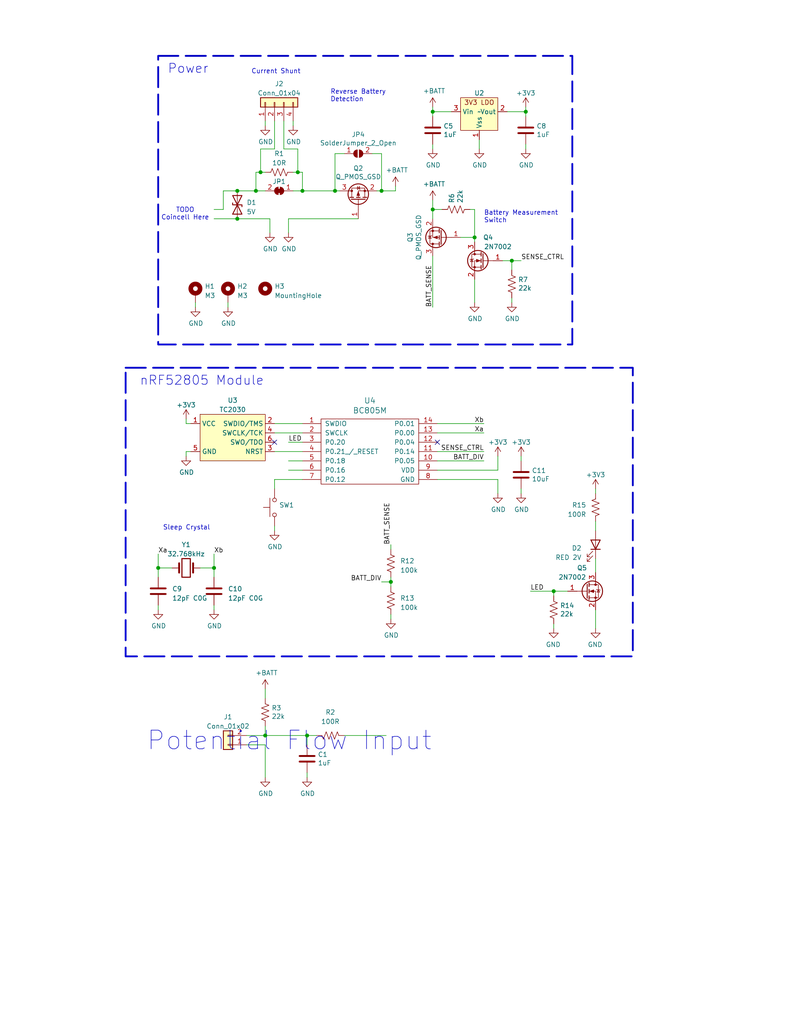
<source format=kicad_sch>
(kicad_sch (version 20231120) (generator "eeschema") (generator_version "8.0")
  (paper "USLetter" portrait)
  (lib_symbols
    (symbol "BLE_Scale_V1-rescue:BC805M-Fanstel-modules" (pin_names (offset 1.016))
      (property "Reference" "U" (at -11.43 10.16 0))
      (property "Value" "Fanstel-modules_BC805M" (at 10.16 -10.16 0))
      (symbol "BC805M-Fanstel-modules_0_0"
        (pin bidirectional line (at -17.78 7.62 0) (length 5.08) (name "SWDIO") (number "1"))
        (pin bidirectional line (at -17.78 5.08 0) (length 5.08) (name "SWCLK") (number "2"))
      )
      (symbol "BC805M-Fanstel-modules_0_1"
        (rectangle (start -12.7 8.89) (end 13.97 -8.89))
      )
      (symbol "BC805M-Fanstel-modules_1_1"
        (pin bidirectional line (at 19.05 -2.54 180) (length 5.08) (name "P0.05") (number "10"))
        (pin bidirectional line (at 19.05 0 180) (length 5.08) (name "P0.14") (number "11"))
        (pin bidirectional line (at 19.05 2.54 180) (length 5.08) (name "P0.04") (number "12"))
        (pin bidirectional line (at 19.05 5.08 180) (length 5.08) (name "P0.00") (number "13"))
        (pin bidirectional line (at 19.05 7.62 180) (length 5.08) (name "P0.01") (number "14"))
        (pin bidirectional line (at -17.78 2.54 0) (length 5.08) (name "P0.20") (number "3"))
        (pin bidirectional line (at -17.78 0 0) (length 5.08) (name "P0.21_/_RESET") (number "4"))
        (pin bidirectional line (at -17.78 -2.54 0) (length 5.08) (name "P0.18") (number "5"))
        (pin bidirectional line (at -17.78 -5.08 0) (length 5.08) (name "P0.16") (number "6"))
        (pin bidirectional line (at -17.78 -7.62 0) (length 5.08) (name "P0.12") (number "7"))
        (pin bidirectional line (at 19.05 -7.62 180) (length 5.08) (name "GND") (number "8"))
        (pin bidirectional line (at 19.05 -5.08 180) (length 5.08) (name "VDD") (number "9"))
      )
    )
    (symbol "BLE_Scale_V1_Library:TC2030"
      (property "Reference" "U" (at -7.62 7.62 0))
      (property "Value" "TC2030" (at 0 -7.62 0))
      (symbol "TC2030_0_1"
        (rectangle (start -8.89 6.35) (end 8.89 -6.35) (fill (type background)))
      )
      (symbol "TC2030_1_1"
        (pin output line (at 11.43 3.81 180) (length 2.54) (name "VCC") (number "1"))
        (pin output line (at -11.43 3.81 0) (length 2.54) (name "SWDIO/TMS") (number "2"))
        (pin output line (at -11.43 -3.81 0) (length 2.54) (name "NRST") (number "3"))
        (pin output line (at -11.43 1.27 0) (length 2.54) (name "SWCLK/TCK") (number "4"))
        (pin output line (at 11.43 -3.81 180) (length 2.54) (name "GND") (number "5"))
        (pin output line (at -11.43 -1.27 0) (length 2.54) (name "SWO/TDO") (number "6"))
      )
    )
    (symbol "BLE_Scale_V1_Library:XC6206P332MR"
      (property "Reference" "U" (at -3.81 5.08 0))
      (symbol "XC6206P332MR_1_1"
        (rectangle (start -5.08 3.81) (end 5.08 -5.08) (fill (type background)))
        (text "3V3 LDO" (at 0 2.54 0) (effects (font (size 1.27 1.27))))
        (pin power_out line (at 0 -7.62 90) (length 2.54) (name "Vss") (number "1"))
        (pin output line (at 7.62 0 180) (length 2.54) (name "Vout") (number "2"))
        (pin power_in line (at -7.62 0 0) (length 2.54) (name "Vin") (number "3"))
      )
    )
    (symbol "Connector_Generic:Conn_01x02" (pin_names (offset 1.016) hide)
      (property "Reference" "J" (at 0 2.54 0))
      (property "Value" "Conn_01x02" (at 0 -5.08 0))
      (symbol "Conn_01x02_1_1"
        (rectangle (start -1.27 -2.413) (end 0 -2.667) (stroke (width 0.1524)))
        (rectangle (start -1.27 0.127) (end 0 -0.127) (stroke (width 0.1524)))
        (rectangle (start -1.27 1.27) (end 1.27 -3.81) (stroke (width 0.254)) (fill (type background)))
        (pin passive line (at -5.08 0 0) (length 3.81) (name "Pin_1") (number "1"))
        (pin passive line (at -5.08 -2.54 0) (length 3.81) (name "Pin_2") (number "2"))
      )
    )
    (symbol "Connector_Generic:Conn_01x04" (pin_names (offset 1.016) hide)
      (property "Reference" "J" (at 0 5.08 0))
      (property "Value" "Conn_01x04" (at 0 -7.62 0))
      (symbol "Conn_01x04_1_1"
        (rectangle (start -1.27 -4.953) (end 0 -5.207) (stroke (width 0.1524)))
        (rectangle (start -1.27 -2.413) (end 0 -2.667) (stroke (width 0.1524)))
        (rectangle (start -1.27 0.127) (end 0 -0.127) (stroke (width 0.1524)))
        (rectangle (start -1.27 2.667) (end 0 2.413) (stroke (width 0.1524)))
        (rectangle (start -1.27 3.81) (end 1.27 -6.35) (stroke (width 0.254)) (fill (type background)))
        (pin passive line (at -5.08 2.54 0) (length 3.81) (name "Pin_1") (number "1"))
        (pin passive line (at -5.08 0 0) (length 3.81) (name "Pin_2") (number "2"))
        (pin passive line (at -5.08 -2.54 0) (length 3.81) (name "Pin_3") (number "3"))
        (pin passive line (at -5.08 -5.08 0) (length 3.81) (name "Pin_4") (number "4"))
      )
    )
    (symbol "Device:C" (pin_numbers hide) (pin_names (offset 0.254))
      (property "Reference" "C" (at 0.635 2.54 0))
      (property "Value" "C" (at 0.635 -2.54 0))
      (symbol "C_0_1"
        (polyline (pts (xy -2.032 -0.762) (xy 2.032 -0.762)) (stroke (width 0.508)))
        (polyline (pts (xy -2.032 0.762) (xy 2.032 0.762)) (stroke (width 0.508)))
      )
      (symbol "C_1_1"
        (pin passive line (at 0 3.81 270) (length 2.794) (name "~") (number "1"))
        (pin passive line (at 0 -3.81 90) (length 2.794) (name "~") (number "2"))
      )
    )
    (symbol "Device:Crystal" (pin_numbers hide) (pin_names (offset 1.016) hide)
      (property "Reference" "Y" (at 0 3.81 0))
      (property "Value" "Crystal" (at 0 -3.81 0))
      (symbol "Crystal_0_1"
        (rectangle (start -1.143 2.54) (end 1.143 -2.54) (stroke (width 0.3048)))
        (polyline (pts (xy -2.54 0) (xy -1.905 0)))
        (polyline (pts (xy -1.905 -1.27) (xy -1.905 1.27)) (stroke (width 0.508)))
        (polyline (pts (xy 1.905 -1.27) (xy 1.905 1.27)) (stroke (width 0.508)))
        (polyline (pts (xy 2.54 0) (xy 1.905 0)))
      )
      (symbol "Crystal_1_1"
        (pin passive line (at -3.81 0 0) (length 1.27) (name "1") (number "1"))
        (pin passive line (at 3.81 0 180) (length 1.27) (name "2") (number "2"))
      )
    )
    (symbol "Device:D_TVS" (pin_numbers hide) (pin_names (offset 1.016) hide)
      (property "Reference" "D" (at 0 2.54 0))
      (property "Value" "D_TVS" (at 0 -2.54 0))
      (symbol "D_TVS_0_1"
        (polyline (pts (xy 1.27 0) (xy -1.27 0)))
        (polyline (pts (xy 0.508 1.27) (xy 0 1.27) (xy 0 -1.27) (xy -0.508 -1.27)) (stroke (width 0.254)))
        (polyline (pts (xy -2.54 1.27) (xy -2.54 -1.27) (xy 2.54 1.27) (xy 2.54 -1.27) (xy -2.54 1.27)) (stroke (width 0.254)))
      )
      (symbol "D_TVS_1_1"
        (pin passive line (at -3.81 0 0) (length 2.54) (name "A1") (number "1"))
        (pin passive line (at 3.81 0 180) (length 2.54) (name "A2") (number "2"))
      )
    )
    (symbol "Device:LED" (pin_numbers hide) (pin_names (offset 1.016) hide)
      (property "Reference" "D" (at 0 2.54 0))
      (property "Value" "LED" (at 0 -2.54 0))
      (symbol "LED_0_1"
        (polyline (pts (xy -1.27 -1.27) (xy -1.27 1.27)) (stroke (width 0.254)))
        (polyline (pts (xy -1.27 0) (xy 1.27 0)))
        (polyline (pts (xy 1.27 -1.27) (xy 1.27 1.27) (xy -1.27 0) (xy 1.27 -1.27)) (stroke (width 0.254)))
        (polyline (pts (xy -3.048 -0.762) (xy -4.572 -2.286) (xy -3.81 -2.286) (xy -4.572 -2.286) (xy -4.572 -1.524)))
        (polyline (pts (xy -1.778 -0.762) (xy -3.302 -2.286) (xy -2.54 -2.286) (xy -3.302 -2.286) (xy -3.302 -1.524)))
      )
      (symbol "LED_1_1"
        (pin passive line (at -3.81 0 0) (length 2.54) (name "K") (number "1"))
        (pin passive line (at 3.81 0 180) (length 2.54) (name "A") (number "2"))
      )
    )
    (symbol "Device:Q_PMOS_GSD" (pin_names (offset 0) hide)
      (property "Reference" "Q" (at 5.08 1.27 0))
      (property "Value" "Q_PMOS_GSD" (at 5.08 -1.27 0))
      (symbol "Q_PMOS_GSD_0_1"
        (polyline (pts (xy 0.254 0) (xy -2.54 0)))
        (polyline (pts (xy 0.254 1.905) (xy 0.254 -1.905)) (stroke (width 0.254)))
        (polyline (pts (xy 0.762 -1.27) (xy 0.762 -2.286)) (stroke (width 0.254)))
        (polyline (pts (xy 0.762 0.508) (xy 0.762 -0.508)) (stroke (width 0.254)))
        (polyline (pts (xy 0.762 2.286) (xy 0.762 1.27)) (stroke (width 0.254)))
        (polyline (pts (xy 2.54 2.54) (xy 2.54 1.778)))
        (polyline (pts (xy 2.54 -2.54) (xy 2.54 0) (xy 0.762 0)))
        (polyline (pts (xy 0.762 1.778) (xy 3.302 1.778) (xy 3.302 -1.778) (xy 0.762 -1.778)))
        (polyline (pts (xy 2.286 0) (xy 1.27 0.381) (xy 1.27 -0.381) (xy 2.286 0)) (fill (type outline)))
        (polyline (pts (xy 2.794 -0.508) (xy 2.921 -0.381) (xy 3.683 -0.381) (xy 3.81 -0.254)))
        (polyline (pts (xy 3.302 -0.381) (xy 2.921 0.254) (xy 3.683 0.254) (xy 3.302 -0.381)))
        (circle (center 1.651 0) (radius 2.794) (stroke (width 0.254)))
        (circle (center 2.54 -1.778) (radius 0.254) (fill (type outline)))
        (circle (center 2.54 1.778) (radius 0.254) (fill (type outline)))
      )
      (symbol "Q_PMOS_GSD_1_1"
        (pin input line (at -5.08 0 0) (length 2.54) (name "G") (number "1"))
        (pin passive line (at 2.54 -5.08 90) (length 2.54) (name "S") (number "2"))
        (pin passive line (at 2.54 5.08 270) (length 2.54) (name "D") (number "3"))
      )
    )
    (symbol "Device:R_US" (pin_numbers hide) (pin_names (offset 0))
      (property "Reference" "R" (at 2.54 0 90))
      (property "Value" "R_US" (at -2.54 0 90))
      (symbol "R_US_0_1"
        (polyline (pts (xy 0 -2.286) (xy 0 -2.54)))
        (polyline (pts (xy 0 2.286) (xy 0 2.54)))
        (polyline (pts (xy 0 -0.762) (xy 1.016 -1.143) (xy 0 -1.524) (xy -1.016 -1.905) (xy 0 -2.286)))
        (polyline (pts (xy 0 0.762) (xy 1.016 0.381) (xy 0 0) (xy -1.016 -0.381) (xy 0 -0.762)))
        (polyline (pts (xy 0 2.286) (xy 1.016 1.905) (xy 0 1.524) (xy -1.016 1.143) (xy 0 0.762)))
      )
      (symbol "R_US_1_1"
        (pin passive line (at 0 3.81 270) (length 1.27) (name "~") (number "1"))
        (pin passive line (at 0 -3.81 90) (length 1.27) (name "~") (number "2"))
      )
    )
    (symbol "Jumper:SolderJumper_2_Bridged" (pin_names (offset 0) hide)
      (property "Reference" "JP" (at 0 2.032 0))
      (property "Value" "SolderJumper_2_Bridged" (at 0 -2.54 0))
      (symbol "SolderJumper_2_Bridged_0_1"
        (rectangle (start -0.508 0.508) (end 0.508 -0.508) (fill (type outline)))
        (arc (start -0.254 1.016) (mid -1.2656 0) (end -0.254 -1.016))
        (arc (start -0.254 1.016) (mid -1.2656 0) (end -0.254 -1.016) (fill (type outline)))
        (polyline (pts (xy -0.254 1.016) (xy -0.254 -1.016)))
        (polyline (pts (xy 0.254 1.016) (xy 0.254 -1.016)))
        (arc (start 0.254 -1.016) (mid 1.2656 0) (end 0.254 1.016))
        (arc (start 0.254 -1.016) (mid 1.2656 0) (end 0.254 1.016) (fill (type outline)))
      )
      (symbol "SolderJumper_2_Bridged_1_1"
        (pin passive line (at -3.81 0 0) (length 2.54) (name "A") (number "1"))
        (pin passive line (at 3.81 0 180) (length 2.54) (name "B") (number "2"))
      )
    )
    (symbol "Jumper:SolderJumper_2_Open" (pin_names (offset 0) hide)
      (property "Reference" "JP" (at 0 2.032 0))
      (property "Value" "SolderJumper_2_Open" (at 0 -2.54 0))
      (symbol "SolderJumper_2_Open_0_1"
        (arc (start -0.254 1.016) (mid -1.2656 0) (end -0.254 -1.016))
        (arc (start -0.254 1.016) (mid -1.2656 0) (end -0.254 -1.016) (fill (type outline)))
        (polyline (pts (xy -0.254 1.016) (xy -0.254 -1.016)))
        (polyline (pts (xy 0.254 1.016) (xy 0.254 -1.016)))
        (arc (start 0.254 -1.016) (mid 1.2656 0) (end 0.254 1.016))
        (arc (start 0.254 -1.016) (mid 1.2656 0) (end 0.254 1.016) (fill (type outline)))
      )
      (symbol "SolderJumper_2_Open_1_1"
        (pin passive line (at -3.81 0 0) (length 2.54) (name "A") (number "1"))
        (pin passive line (at 3.81 0 180) (length 2.54) (name "B") (number "2"))
      )
    )
    (symbol "Mechanical:MountingHole" (pin_names (offset 1.016))
      (property "Reference" "H" (at 0 5.08 0))
      (property "Value" "MountingHole" (at 0 3.175 0))
      (symbol "MountingHole_0_1"
        (circle (center 0 0) (radius 1.27) (stroke (width 1.27)))
      )
    )
    (symbol "Mechanical:MountingHole_Pad" (pin_numbers hide) (pin_names (offset 1.016) hide)
      (property "Reference" "H" (at 0 6.35 0))
      (property "Value" "MountingHole_Pad" (at 0 4.445 0))
      (symbol "MountingHole_Pad_0_1"
        (circle (center 0 1.27) (radius 1.27) (stroke (width 1.27)))
      )
      (symbol "MountingHole_Pad_1_1"
        (pin input line (at 0 -2.54 90) (length 2.54) (name "1") (number "1"))
      )
    )
    (symbol "Switch:SW_Push" (pin_numbers hide) (pin_names (offset 1.016) hide)
      (property "Reference" "SW" (at 1.27 2.54 0))
      (property "Value" "SW_Push" (at 0 -1.524 0))
      (symbol "SW_Push_0_1"
        (circle (center -2.032 0) (radius 0.508))
        (polyline (pts (xy 0 1.27) (xy 0 3.048)))
        (polyline (pts (xy 2.54 1.27) (xy -2.54 1.27)))
        (circle (center 2.032 0) (radius 0.508))
        (pin passive line (at -5.08 0 0) (length 2.54) (name "1") (number "1"))
        (pin passive line (at 5.08 0 180) (length 2.54) (name "2") (number "2"))
      )
    )
    (symbol "Transistor_FET:2N7002" (pin_names hide)
      (property "Reference" "Q" (at 5.08 1.905 0))
      (property "Value" "2N7002" (at 5.08 0 0))
      (symbol "2N7002_0_1"
        (polyline (pts (xy 0.254 0) (xy -2.54 0)))
        (polyline (pts (xy 0.254 1.905) (xy 0.254 -1.905)) (stroke (width 0.254)))
        (polyline (pts (xy 0.762 -1.27) (xy 0.762 -2.286)) (stroke (width 0.254)))
        (polyline (pts (xy 0.762 0.508) (xy 0.762 -0.508)) (stroke (width 0.254)))
        (polyline (pts (xy 0.762 2.286) (xy 0.762 1.27)) (stroke (width 0.254)))
        (polyline (pts (xy 2.54 2.54) (xy 2.54 1.778)))
        (polyline (pts (xy 2.54 -2.54) (xy 2.54 0) (xy 0.762 0)))
        (polyline (pts (xy 0.762 -1.778) (xy 3.302 -1.778) (xy 3.302 1.778) (xy 0.762 1.778)))
        (polyline (pts (xy 1.016 0) (xy 2.032 0.381) (xy 2.032 -0.381) (xy 1.016 0)) (fill (type outline)))
        (polyline (pts (xy 2.794 0.508) (xy 2.921 0.381) (xy 3.683 0.381) (xy 3.81 0.254)))
        (polyline (pts (xy 3.302 0.381) (xy 2.921 -0.254) (xy 3.683 -0.254) (xy 3.302 0.381)))
        (circle (center 1.651 0) (radius 2.794) (stroke (width 0.254)))
        (circle (center 2.54 -1.778) (radius 0.254) (fill (type outline)))
        (circle (center 2.54 1.778) (radius 0.254) (fill (type outline)))
      )
      (symbol "2N7002_1_1"
        (pin input line (at -5.08 0 0) (length 2.54) (name "G") (number "1"))
        (pin passive line (at 2.54 -5.08 90) (length 2.54) (name "S") (number "2"))
        (pin passive line (at 2.54 5.08 270) (length 2.54) (name "D") (number "3"))
      )
    )
    (symbol "power:+3V3" (power) (pin_names (offset 0))
      (property "Value" "+3V3" (at 0 3.556 0))
      (symbol "+3V3_0_1"
        (polyline (pts (xy -0.762 1.27) (xy 0 2.54)))
        (polyline (pts (xy 0 0) (xy 0 2.54)))
        (polyline (pts (xy 0 2.54) (xy 0.762 1.27)))
      )
      (symbol "+3V3_1_1"
        (pin power_in line (at 0 0 90) (length 0) hide (name "+3V3") (number "1"))
      )
    )
    (symbol "power:+BATT" (power) (pin_names (offset 0))
      (property "Value" "+BATT" (at 0 3.556 0))
      (symbol "+BATT_0_1"
        (polyline (pts (xy -0.762 1.27) (xy 0 2.54)))
        (polyline (pts (xy 0 0) (xy 0 2.54)))
        (polyline (pts (xy 0 2.54) (xy 0.762 1.27)))
      )
      (symbol "+BATT_1_1"
        (pin power_in line (at 0 0 90) (length 0) hide (name "+BATT") (number "1"))
      )
    )
    (symbol "power:GND" (power) (pin_names (offset 0))
      (property "Value" "GND" (at 0 -3.81 0))
      (symbol "GND_0_1"
        (polyline (pts (xy 0 0) (xy 0 -1.27) (xy 1.27 -1.27) (xy 0 -2.54) (xy -1.27 -1.27) (xy 0 -1.27)))
      )
      (symbol "GND_1_1"
        (pin power_in line (at 0 0 270) (length 0) hide (name "GND") (number "1"))
      )
    )
  )
  (junction (at 71.12 46.99))
  (junction (at 129.54 64.77))
  (junction (at 143.51 30.48))
  (junction (at 72.39 200.66))
  (junction (at 82.55 52.07))
  (junction (at 64.77 59.69))
  (junction (at 91.44 52.07))
  (junction (at 104.14 52.07))
  (junction (at 64.77 52.07))
  (junction (at 139.7 71.12))
  (junction (at 118.11 30.48))
  (junction (at 58.42 154.94))
  (junction (at 106.68 158.75))
  (junction (at 69.85 52.07))
  (junction (at 151.13 161.29))
  (junction (at 43.18 154.94))
  (junction (at 118.11 57.15))
  (junction (at 81.28 46.99))
  (junction (at 83.82 200.66))
  (no_connect (at 74.93 120.65))
  (no_connect (at 119.38 120.65))
  (wire (pts (xy 72.39 200.66) (xy 83.82 200.66)))
  (wire (pts (xy 60.96 57.15) (xy 60.96 52.07)))
  (wire (pts (xy 50.8 124.46) (xy 50.8 123.19)))
  (wire (pts (xy 107.95 52.07) (xy 104.14 52.07)))
  (wire (pts (xy 151.13 170.18) (xy 151.13 171.45)))
  (wire (pts (xy 106.68 158.75) (xy 106.68 160.02)))
  (wire (pts (xy 107.95 50.8) (xy 107.95 52.07)))
  (wire (pts (xy 104.14 41.91) (xy 101.6 41.91)))
  (wire (pts (xy 143.51 40.64) (xy 143.51 39.37)))
  (wire (pts (xy 125.73 64.77) (xy 129.54 64.77)))
  (wire (pts (xy 58.42 154.94) (xy 58.42 157.48)))
  (wire (pts (xy 142.24 125.73) (xy 142.24 124.46)))
  (wire (pts (xy 69.85 52.07) (xy 72.39 52.07)))
  (wire (pts (xy 74.93 130.81) (xy 82.55 130.81)))
  (wire (pts (xy 83.82 210.82) (xy 83.82 212.09)))
  (wire (pts (xy 118.11 57.15) (xy 118.11 59.69)))
  (wire (pts (xy 82.55 120.65) (xy 78.74 120.65)))
  (wire (pts (xy 74.93 33.02) (xy 74.93 40.64)))
  (wire (pts (xy 91.44 41.91) (xy 91.44 52.07)))
  (wire (pts (xy 91.44 52.07) (xy 92.71 52.07)))
  (wire (pts (xy 118.11 30.48) (xy 123.19 30.48)))
  (wire (pts (xy 143.51 31.75) (xy 143.51 30.48)))
  (wire (pts (xy 74.93 143.51) (xy 74.93 144.78)))
  (wire (pts (xy 72.39 203.2) (xy 72.39 212.09)))
  (wire (pts (xy 143.51 29.21) (xy 143.51 30.48)))
  (wire (pts (xy 129.54 64.77) (xy 129.54 57.15)))
  (wire (pts (xy 129.54 57.15) (xy 128.27 57.15)))
  (wire (pts (xy 83.82 200.66) (xy 86.36 200.66)))
  (wire (pts (xy 129.54 76.2) (xy 129.54 82.55)))
  (wire (pts (xy 162.56 133.35) (xy 162.56 134.62)))
  (wire (pts (xy 80.01 33.02) (xy 80.01 34.29)))
  (wire (pts (xy 64.77 52.07) (xy 69.85 52.07)))
  (wire (pts (xy 135.89 128.27) (xy 119.38 128.27)))
  (wire (pts (xy 106.68 167.64) (xy 106.68 168.91)))
  (wire (pts (xy 162.56 152.4) (xy 162.56 156.21)))
  (wire (pts (xy 78.74 125.73) (xy 82.55 125.73)))
  (wire (pts (xy 139.7 71.12) (xy 142.24 71.12)))
  (wire (pts (xy 69.85 46.99) (xy 69.85 52.07)))
  (wire (pts (xy 58.42 59.69) (xy 64.77 59.69)))
  (wire (pts (xy 78.74 59.69) (xy 97.79 59.69)))
  (wire (pts (xy 118.11 57.15) (xy 118.11 54.61)))
  (wire (pts (xy 58.42 57.15) (xy 60.96 57.15)))
  (wire (pts (xy 82.55 52.07) (xy 91.44 52.07)))
  (wire (pts (xy 43.18 165.1) (xy 43.18 166.37)))
  (wire (pts (xy 80.01 52.07) (xy 82.55 52.07)))
  (wire (pts (xy 137.16 71.12) (xy 139.7 71.12)))
  (wire (pts (xy 80.01 46.99) (xy 81.28 46.99)))
  (wire (pts (xy 129.54 64.77) (xy 129.54 66.04)))
  (wire (pts (xy 118.11 69.85) (xy 118.11 83.82)))
  (wire (pts (xy 130.81 38.1) (xy 130.81 40.64)))
  (wire (pts (xy 43.18 151.13) (xy 43.18 154.94)))
  (wire (pts (xy 81.28 46.99) (xy 82.55 46.99)))
  (wire (pts (xy 77.47 33.02) (xy 77.47 40.64)))
  (wire (pts (xy 54.61 154.94) (xy 58.42 154.94)))
  (wire (pts (xy 50.8 114.3) (xy 50.8 115.57)))
  (wire (pts (xy 132.08 115.57) (xy 119.38 115.57)))
  (wire (pts (xy 162.56 166.37) (xy 162.56 171.45)))
  (wire (pts (xy 64.77 59.69) (xy 73.66 59.69)))
  (wire (pts (xy 151.13 161.29) (xy 144.78 161.29)))
  (wire (pts (xy 50.8 115.57) (xy 52.07 115.57)))
  (wire (pts (xy 104.14 158.75) (xy 106.68 158.75)))
  (wire (pts (xy 74.93 118.11) (xy 82.55 118.11)))
  (wire (pts (xy 118.11 29.21) (xy 118.11 30.48)))
  (wire (pts (xy 118.11 40.64) (xy 118.11 39.37)))
  (wire (pts (xy 67.31 203.2) (xy 72.39 203.2)))
  (wire (pts (xy 62.23 82.55) (xy 62.23 83.82)))
  (wire (pts (xy 50.8 123.19) (xy 52.07 123.19)))
  (wire (pts (xy 67.31 200.66) (xy 72.39 200.66)))
  (wire (pts (xy 139.7 81.28) (xy 139.7 82.55)))
  (wire (pts (xy 60.96 52.07) (xy 64.77 52.07)))
  (wire (pts (xy 135.89 130.81) (xy 135.89 134.62)))
  (wire (pts (xy 72.39 33.02) (xy 72.39 34.29)))
  (wire (pts (xy 135.89 124.46) (xy 135.89 128.27)))
  (wire (pts (xy 46.99 154.94) (xy 43.18 154.94)))
  (wire (pts (xy 142.24 134.62) (xy 142.24 133.35)))
  (wire (pts (xy 77.47 40.64) (xy 81.28 40.64)))
  (wire (pts (xy 74.93 123.19) (xy 82.55 123.19)))
  (wire (pts (xy 139.7 71.12) (xy 139.7 73.66)))
  (wire (pts (xy 82.55 46.99) (xy 82.55 52.07)))
  (wire (pts (xy 106.68 148.59) (xy 106.68 149.86)))
  (wire (pts (xy 53.34 82.55) (xy 53.34 83.82)))
  (wire (pts (xy 119.38 130.81) (xy 135.89 130.81)))
  (wire (pts (xy 118.11 30.48) (xy 118.11 31.75)))
  (wire (pts (xy 73.66 59.69) (xy 73.66 63.5)))
  (wire (pts (xy 43.18 154.94) (xy 43.18 157.48)))
  (wire (pts (xy 154.94 161.29) (xy 151.13 161.29)))
  (wire (pts (xy 71.12 40.64) (xy 71.12 46.99)))
  (wire (pts (xy 102.87 52.07) (xy 104.14 52.07)))
  (wire (pts (xy 104.14 52.07) (xy 104.14 41.91)))
  (wire (pts (xy 120.65 57.15) (xy 118.11 57.15)))
  (wire (pts (xy 74.93 133.35) (xy 74.93 130.81)))
  (wire (pts (xy 58.42 151.13) (xy 58.42 154.94)))
  (wire (pts (xy 162.56 142.24) (xy 162.56 144.78)))
  (wire (pts (xy 71.12 46.99) (xy 72.39 46.99)))
  (wire (pts (xy 74.93 40.64) (xy 71.12 40.64)))
  (wire (pts (xy 58.42 165.1) (xy 58.42 166.37)))
  (wire (pts (xy 69.85 46.99) (xy 71.12 46.99)))
  (wire (pts (xy 132.08 118.11) (xy 119.38 118.11)))
  (wire (pts (xy 93.98 200.66) (xy 105.41 200.66)))
  (wire (pts (xy 81.28 40.64) (xy 81.28 46.99)))
  (wire (pts (xy 119.38 125.73) (xy 132.08 125.73)))
  (wire (pts (xy 83.82 200.66) (xy 83.82 203.2)))
  (wire (pts (xy 106.68 157.48) (xy 106.68 158.75)))
  (wire (pts (xy 82.55 128.27) (xy 78.74 128.27)))
  (wire (pts (xy 119.38 123.19) (xy 132.08 123.19)))
  (wire (pts (xy 74.93 115.57) (xy 82.55 115.57)))
  (wire (pts (xy 91.44 41.91) (xy 93.98 41.91)))
  (wire (pts (xy 72.39 187.96) (xy 72.39 190.5)))
  (wire (pts (xy 78.74 63.5) (xy 78.74 59.69)))
  (wire (pts (xy 138.43 30.48) (xy 143.51 30.48)))
  (wire (pts (xy 72.39 198.12) (xy 72.39 200.66)))
  (wire (pts (xy 151.13 161.29) (xy 151.13 162.56)))
  (rectangle (start 43.18 15.24) (end 156.21 93.98) (stroke (width 0.5) (type dash)))
  (rectangle (start 34.29 100.33) (end 172.72 179.07) (stroke (width 0.5) (type dash)))
  (text "Potential Flow Input\n" (at 78.994 202.184 0) (effects (font (size 5.08 5.08))))
  (text "Battery Measurement\nSwitch" (at 132.08 60.96 0) (effects (font (size 1.27 1.27)) (justify left bottom)))
  (text "Sleep Crystal" (at 44.45 144.78 0) (effects (font (size 1.27 1.27)) (justify left bottom)))
  (text "TODO\nCoincell Here" (at 50.546 58.42 0) (effects (font (size 1.27 1.27))))
  (text "Current Shunt" (at 68.58 20.32 0) (effects (font (size 1.27 1.27)) (justify left bottom)))
  (text "Power" (at 45.72 20.32 0) (effects (font (size 2.5 2.5)) (justify left bottom)))
  (text "Reverse Battery\nDetection" (at 90.17 27.94 0) (effects (font (size 1.27 1.27)) (justify left bottom)))
  (text "nRF52805 Module" (at 38.1 105.41 0) (effects (font (size 2.5 2.5)) (justify left bottom)))
  (label "Xa" (at 43.18 151.13 0))
  (label "BATT_SENSE" (at 118.11 83.82 90))
  (label "SENSE_CTRL" (at 132.08 123.19 180))
  (label "BATT_DIV" (at 104.14 158.75 180))
  (label "BATT_SENSE" (at 106.68 148.59 90))
  (label "Xa" (at 132.08 118.11 180))
  (label "SENSE_CTRL" (at 142.24 71.12 0))
  (label "Xb" (at 58.42 151.13 0))
  (label "Xb" (at 132.08 115.57 180))
  (label "LED" (at 78.74 120.65 0))
  (label "LED" (at 144.78 161.29 0))
  (label "BATT_DIV" (at 132.08 125.73 180))
  (symbol (lib_id "power:+BATT") (at 72.39 187.96 0) (unit 1)
    (property "Reference" "#PWR08" (effects (hide yes)))
    (property "Value" "+BATT" (at 72.771 183.5658 0))
  )
  (symbol (lib_id "power:+3V3") (at 162.56 133.35 0) (mirror y) (unit 1)
    (property "Reference" "#PWR044" (effects (hide yes)))
    (property "Value" "+3V3" (at 162.56 129.54 0))
  )
  (symbol (lib_id "power:+3V3") (at 135.89 124.46 0) (unit 1)
    (property "Reference" "#PWR039" (effects (hide yes)))
    (property "Value" "+3V3" (at 135.89 120.65 0))
  )
  (symbol (lib_id "Device:R_US") (at 90.17 200.66 90) (mirror x) (unit 1)
    (property "Reference" "R2" (at 90.17 194.31 90))
    (property "Value" "100R" (at 90.17 196.85 90))
    (property "Footprint" "Resistor_SMD:R_0603_1608Metric" (effects (hide yes)))
    (property "JLC" "C22775" (effects (hide yes)))
    (property "MPN" "0603WAF1000T5E" (effects (hide yes)))
  )
  (symbol (lib_id "Device:R_US") (at 162.56 138.43 0) (mirror y) (unit 1)
    (property "Reference" "R15" (at 160.02 137.795 0) (effects (justify left)))
    (property "Value" "100R" (at 160.02 140.335 0) (effects (justify left)))
    (property "Footprint" "Resistor_SMD:R_0603_1608Metric" (effects (hide yes)))
    (property "JLC" "C22775" (effects (hide yes)))
    (property "MPN" "0603WAF1000T5E" (effects (hide yes)))
  )
  (symbol (lib_id "BLE_Scale_V1-rescue:BC805M-Fanstel-modules") (at 100.33 123.19 0) (unit 1) (in_bom no)
    (property "Reference" "U4" (at 100.965 109.2962 0) (effects (font (size 1.524 1.524))))
    (property "Value" "BC805M" (at 100.965 111.9886 0) (effects (font (size 1.524 1.524))))
    (property "Footprint" "BLE_Scale_V1:BC805M_No_Paste" (effects (hide yes)))
  )
  (symbol (lib_id "Device:Q_PMOS_GSD") (at 97.79 54.61 90) (unit 1)
    (property "Reference" "Q2" (at 97.79 45.9232 90))
    (property "Value" "Q_PMOS_GSD" (at 97.79 48.2346 90))
    (property "Footprint" "Package_TO_SOT_SMD:SOT-23" (effects (hide yes)))
    (property "MPN" "PMV48XP" (effects (hide yes)))
    (property "JLC" "C2959854" (effects (hide yes)))
  )
  (symbol (lib_id "Device:R_US") (at 106.68 163.83 0) (unit 1)
    (property "Reference" "R13" (at 109.22 163.195 0) (effects (justify left)))
    (property "Value" "100k" (at 109.22 165.735 0) (effects (justify left)))
    (property "Footprint" "Resistor_SMD:R_0603_1608Metric" (effects (hide yes)))
    (property "JLC" "C25803" (effects (hide yes)))
    (property "MPN" "0603WAF1003T5E" (effects (hide yes)))
  )
  (symbol (lib_id "power:GND") (at 50.8 124.46 0) (unit 1)
    (property "Reference" "#PWR034" (effects (hide yes)))
    (property "Value" "GND" (at 50.927 128.8542 0))
  )
  (symbol (lib_id "power:+3V3") (at 143.51 29.21 0) (unit 1)
    (property "Reference" "#PWR028" (effects (hide yes)))
    (property "Value" "+3V3" (at 143.51 25.4 0))
  )
  (symbol (lib_id "power:GND") (at 43.18 166.37 0) (unit 1)
    (property "Reference" "#PWR031" (effects (hide yes)))
    (property "Value" "GND" (at 43.307 170.7642 0))
  )
  (symbol (lib_id "Device:C") (at 142.24 129.54 0) (unit 1)
    (property "Reference" "C11" (at 145.161 128.3716 0) (effects (justify left)))
    (property "Value" "10uF" (at 145.161 130.683 0) (effects (justify left)))
    (property "Footprint" "Capacitor_SMD:C_0805_2012Metric" (effects (hide yes)))
    (property "JLC" "C15850" (effects (hide yes)))
    (property "MPN" "CL21A106KAYNNNE" (effects (hide yes)))
  )
  (symbol (lib_id "Device:D_TVS") (at 64.77 55.88 90) (unit 1)
    (property "Reference" "D1" (at 67.31 55.245 90) (effects (justify right)))
    (property "Value" "5V" (at 67.31 57.785 90) (effects (justify right)))
    (property "Footprint" "Diode_SMD:D_SOD-323" (effects (hide yes)))
    (property "JLC" "C552583" (effects (hide yes)))
    (property "MPN" "PESD5V0V1BA,115" (effects (hide yes)))
  )
  (symbol (lib_id "power:GND") (at 58.42 166.37 0) (unit 1)
    (property "Reference" "#PWR035" (effects (hide yes)))
    (property "Value" "GND" (at 58.547 170.7642 0))
  )
  (symbol (lib_id "power:GND") (at 162.56 171.45 0) (mirror y) (unit 1)
    (property "Reference" "#PWR045" (effects (hide yes)))
    (property "Value" "GND" (at 162.433 175.8442 0))
  )
  (symbol (lib_id "power:GND") (at 130.81 40.64 0) (unit 1)
    (property "Reference" "#PWR021" (effects (hide yes)))
    (property "Value" "GND" (at 130.937 45.0342 0))
  )
  (symbol (lib_id "power:GND") (at 142.24 134.62 0) (unit 1)
    (property "Reference" "#PWR042" (effects (hide yes)))
    (property "Value" "GND" (at 142.367 139.0142 0))
  )
  (symbol (lib_id "Connector_Generic:Conn_01x04") (at 74.93 27.94 90) (unit 1) (in_bom no)
    (property "Reference" "J2" (at 76.2 22.86 90))
    (property "Value" "Conn_01x04" (at 76.2 25.4 90))
    (property "Footprint" "BLE_Scale_V1:Test_Wire_Pad_x4" (effects (hide yes)))
  )
  (symbol (lib_id "power:GND") (at 118.11 40.64 0) (unit 1)
    (property "Reference" "#PWR016" (effects (hide yes)))
    (property "Value" "GND" (at 118.237 45.0342 0))
  )
  (symbol (lib_id "power:+BATT") (at 118.11 54.61 0) (unit 1)
    (property "Reference" "#PWR017" (effects (hide yes)))
    (property "Value" "+BATT" (at 118.491 50.2158 0))
  )
  (symbol (lib_id "Device:C") (at 143.51 35.56 0) (unit 1)
    (property "Reference" "C8" (at 146.431 34.3916 0) (effects (justify left)))
    (property "Value" "1uF" (at 146.431 36.703 0) (effects (justify left)))
    (property "Footprint" "Capacitor_SMD:C_0603_1608Metric" (effects (hide yes)))
    (property "MPN" "CL10A105KB8NNNC" (effects (hide yes)))
    (property "Field5" "C15849" (effects (hide yes)))
  )
  (symbol (lib_id "power:+3V3") (at 50.8 114.3 0) (unit 1)
    (property "Reference" "#PWR033" (effects (hide yes)))
    (property "Value" "+3V3" (at 50.8 110.49 0))
  )
  (symbol (lib_id "power:GND") (at 73.66 63.5 0) (unit 1)
    (property "Reference" "#PWR05" (effects (hide yes)))
    (property "Value" "GND" (at 73.787 67.8942 0))
  )
  (symbol (lib_id "Device:R_US") (at 124.46 57.15 90) (unit 1)
    (property "Reference" "R6" (at 123.2916 55.4228 0) (effects (justify left)))
    (property "Value" "22k" (at 125.603 55.4228 0) (effects (justify left)))
    (property "Footprint" "Resistor_SMD:R_0603_1608Metric" (effects (hide yes)))
    (property "JLC" "C31850" (effects (hide yes)))
    (property "MPN" "0603WAF2202T5E" (effects (hide yes)))
  )
  (symbol (lib_id "power:GND") (at 135.89 134.62 0) (unit 1)
    (property "Reference" "#PWR040" (effects (hide yes)))
    (property "Value" "GND" (at 136.017 139.0142 0))
  )
  (symbol (lib_id "Device:R_US") (at 72.39 194.31 0) (unit 1)
    (property "Reference" "R3" (at 74.1172 193.1416 0) (effects (justify left)))
    (property "Value" "22k" (at 74.1172 195.453 0) (effects (justify left)))
    (property "Footprint" "Resistor_SMD:R_0603_1608Metric" (effects (hide yes)))
    (property "JLC" "C31850" (effects (hide yes)))
    (property "MPN" "0603WAF2202T5E" (effects (hide yes)))
  )
  (symbol (lib_id "Device:R_US") (at 76.2 46.99 90) (unit 1)
    (property "Reference" "R1" (at 76.2 41.91 90))
    (property "Value" "10R" (at 76.2 44.45 90))
    (property "Footprint" "Resistor_SMD:R_0603_1608Metric" (effects (hide yes)))
    (property "JLC" "C22859" (effects (hide yes)))
    (property "MPN" "0603WAF100JT5E" (effects (hide yes)))
  )
  (symbol (lib_id "Transistor_FET:2N7002") (at 132.08 71.12 0) (mirror y) (unit 1)
    (property "Reference" "Q4" (at 134.62 64.77 0) (effects (justify left)))
    (property "Value" "2N7002" (at 139.7 67.31 0) (effects (justify left)))
    (property "Footprint" "Package_TO_SOT_SMD:SOT-23" (effects (hide yes)))
    (property "Datasheet" "https://www.onsemi.com/pub/Collateral/NDS7002A-D.PDF" (effects (hide yes)))
    (property "JLC" "C916396" (effects (hide yes)))
  )
  (symbol (lib_id "power:GND") (at 80.01 34.29 0) (unit 1)
    (property "Reference" "#PWR07" (effects (hide yes)))
    (property "Value" "GND" (at 80.137 38.6842 0))
  )
  (symbol (lib_id "Mechanical:MountingHole_Pad") (at 53.34 80.01 0) (unit 1) (in_bom no)
    (property "Reference" "H1" (at 55.88 78.105 0) (effects (justify left)))
    (property "Value" "M3" (at 55.88 80.645 0) (effects (justify left)))
    (property "Footprint" "MountingHole:MountingHole_3.2mm_M3_Pad" (effects (hide yes)))
  )
  (symbol (lib_id "Device:C") (at 83.82 207.01 0) (unit 1)
    (property "Reference" "C1" (at 86.741 205.8416 0) (effects (justify left)))
    (property "Value" "1uF" (at 86.741 208.153 0) (effects (justify left)))
    (property "Footprint" "Capacitor_SMD:C_0603_1608Metric" (effects (hide yes)))
    (property "MPN" "CL10A105KB8NNNC" (effects (hide yes)))
    (property "Field5" "C15849" (effects (hide yes)))
  )
  (symbol (lib_id "power:GND") (at 74.93 144.78 0) (unit 1)
    (property "Reference" "#PWR036" (effects (hide yes)))
    (property "Value" "GND" (at 75.057 149.1742 0))
  )
  (symbol (lib_id "Device:R_US") (at 106.68 153.67 0) (unit 1)
    (property "Reference" "R12" (at 109.22 153.035 0) (effects (justify left)))
    (property "Value" "100k" (at 109.22 155.575 0) (effects (justify left)))
    (property "Footprint" "Resistor_SMD:R_0603_1608Metric" (effects (hide yes)))
    (property "JLC" "C25803" (effects (hide yes)))
    (property "MPN" "0603WAF1003T5E" (effects (hide yes)))
  )
  (symbol (lib_id "power:GND") (at 143.51 40.64 0) (unit 1)
    (property "Reference" "#PWR029" (effects (hide yes)))
    (property "Value" "GND" (at 143.637 45.0342 0))
  )
  (symbol (lib_id "Device:C") (at 58.42 161.29 180) (unit 1)
    (property "Reference" "C10" (at 62.23 160.655 0) (effects (justify right)))
    (property "Value" "12pF C0G" (at 62.23 163.195 0) (effects (justify right)))
    (property "Footprint" "Capacitor_SMD:C_0402_1005Metric" (effects (hide yes)))
    (property "MPN" "0402CG120J500NT" (effects (hide yes)))
    (property "JLC" "C1547" (effects (hide yes)))
  )
  (symbol (lib_id "power:+3V3") (at 142.24 124.46 0) (unit 1)
    (property "Reference" "#PWR041" (effects (hide yes)))
    (property "Value" "+3V3" (at 142.24 120.65 0))
  )
  (symbol (lib_id "power:GND") (at 106.68 168.91 0) (unit 1)
    (property "Reference" "#PWR037" (effects (hide yes)))
    (property "Value" "GND" (at 106.807 173.3042 0))
  )
  (symbol (lib_id "power:GND") (at 53.34 83.82 0) (unit 1)
    (property "Reference" "#PWR01" (effects (hide yes)))
    (property "Value" "GND" (at 53.467 88.2142 0))
  )
  (symbol (lib_id "power:GND") (at 139.7 82.55 0) (unit 1)
    (property "Reference" "#PWR026" (effects (hide yes)))
    (property "Value" "GND" (at 139.827 86.9442 0))
  )
  (symbol (lib_id "Connector_Generic:Conn_01x02") (at 62.23 203.2 180) (unit 1)
    (property "Reference" "J1" (at 62.23 195.58 0))
    (property "Value" "Conn_01x02" (at 62.23 198.12 0))
    (property "Footprint" "BLE_Scale_V1:JST_SH_SM02B-SRSS-TB_1x02-1MP_P1.00mm_Horizontal" (effects (hide yes)))
    (property "MPN" "SM02B-SRSS-TB(LF)(SN)" (effects (hide yes)))
    (property "JLC" "C160402" (effects (hide yes)))
  )
  (symbol (lib_id "Jumper:SolderJumper_2_Open") (at 97.79 41.91 0) (unit 1)
    (property "Reference" "JP4" (at 97.79 36.703 0))
    (property "Value" "SolderJumper_2_Open" (at 97.79 39.0144 0))
    (property "Footprint" "Jumper:SolderJumper-2_P1.3mm_Open_RoundedPad1.0x1.5mm" (effects (hide yes)))
  )
  (symbol (lib_id "power:GND") (at 151.13 171.45 0) (mirror y) (unit 1)
    (property "Reference" "#PWR043" (effects (hide yes)))
    (property "Value" "GND" (at 151.003 175.8442 0))
  )
  (symbol (lib_id "power:GND") (at 78.74 63.5 0) (unit 1)
    (property "Reference" "#PWR06" (effects (hide yes)))
    (property "Value" "GND" (at 78.867 67.8942 0))
  )
  (symbol (lib_id "Device:R_US") (at 151.13 166.37 0) (unit 1)
    (property "Reference" "R14" (at 152.8572 165.2016 0) (effects (justify left)))
    (property "Value" "22k" (at 152.8572 167.513 0) (effects (justify left)))
    (property "Footprint" "Resistor_SMD:R_0603_1608Metric" (effects (hide yes)))
    (property "JLC" "C31850" (effects (hide yes)))
    (property "MPN" "0603WAF2202T5E" (effects (hide yes)))
  )
  (symbol (lib_id "power:+BATT") (at 118.11 29.21 0) (unit 1)
    (property "Reference" "#PWR015" (effects (hide yes)))
    (property "Value" "+BATT" (at 118.491 24.8158 0))
  )
  (symbol (lib_id "Jumper:SolderJumper_2_Bridged") (at 76.2 52.07 180) (unit 1)
    (property "Reference" "JP1" (at 76.2 49.53 0))
    (property "Value" "~" (at 76.2 49.53 0))
    (property "Footprint" "Jumper:SolderJumper-2_P1.3mm_Bridged_RoundedPad1.0x1.5mm" (effects (hide yes)))
  )
  (symbol (lib_id "power:GND") (at 72.39 212.09 0) (unit 1)
    (property "Reference" "#PWR03" (effects (hide yes)))
    (property "Value" "GND" (at 72.517 216.4842 0))
  )
  (symbol (lib_id "power:GND") (at 62.23 83.82 0) (unit 1)
    (property "Reference" "#PWR02" (effects (hide yes)))
    (property "Value" "GND" (at 62.357 88.2142 0))
  )
  (symbol (lib_id "Mechanical:MountingHole") (at 72.39 78.74 0) (unit 1) (in_bom no)
    (property "Reference" "H3" (at 74.93 78.105 0) (effects (justify left)))
    (property "Value" "MountingHole" (at 74.93 80.645 0) (effects (justify left)))
    (property "Footprint" "MountingHole:MountingHole_8.4mm_M8" (effects (hide yes)))
  )
  (symbol (lib_id "Device:C") (at 43.18 161.29 180) (unit 1)
    (property "Reference" "C9" (at 46.99 160.655 0) (effects (justify right)))
    (property "Value" "12pF C0G" (at 46.99 163.195 0) (effects (justify right)))
    (property "Footprint" "Capacitor_SMD:C_0402_1005Metric" (effects (hide yes)))
    (property "MPN" "0402CG120J500NT" (effects (hide yes)))
    (property "JLC" "C1547" (effects (hide yes)))
  )
  (symbol (lib_id "BLE_Scale_V1_Library:XC6206P332MR") (at 130.81 30.48 0) (unit 1)
    (property "Reference" "U2" (at 130.81 25.4 0))
    (property "Value" "~" (at 130.81 30.48 0))
    (property "Footprint" "BLE_Scale_V1:SOT-23-3" (effects (hide yes)))
    (property "MPN" "XC6206P332MR" (effects (hide yes)))
    (property "JLC" "C5446" (effects (hide yes)))
  )
  (symbol (lib_id "Switch:SW_Push") (at 74.93 138.43 90) (unit 1)
    (property "Reference" "SW1" (at 76.2 137.795 90) (effects (justify right)))
    (property "Value" "SW_Push" (effects (hide yes)))
    (property "Footprint" "BLE_Scale_V1:TS-1187A-B-A-B" (effects (hide yes)))
    (property "MPN" "TS-1187A-B-A-B" (effects (hide yes)))
    (property "JLC" "C318884" (effects (hide yes)))
  )
  (symbol (lib_id "power:GND") (at 83.82 212.09 0) (unit 1)
    (property "Reference" "#PWR09" (effects (hide yes)))
    (property "Value" "GND" (at 83.947 216.4842 0))
  )
  (symbol (lib_id "Mechanical:MountingHole_Pad") (at 62.23 80.01 0) (unit 1) (in_bom no)
    (property "Reference" "H2" (at 64.77 78.105 0) (effects (justify left)))
    (property "Value" "M3" (at 64.77 80.645 0) (effects (justify left)))
    (property "Footprint" "MountingHole:MountingHole_3.2mm_M3_Pad" (effects (hide yes)))
  )
  (symbol (lib_id "BLE_Scale_V1_Library:TC2030") (at 63.5 119.38 0) (mirror y) (unit 1) (in_bom no)
    (property "Reference" "U3" (at 63.5 109.22 0))
    (property "Value" "TC2030" (at 63.5 111.76 0))
    (property "Footprint" "BLE_Scale_V1:TC2030-IDC-NL" (effects (hide yes)))
  )
  (symbol (lib_id "power:GND") (at 72.39 34.29 0) (unit 1)
    (property "Reference" "#PWR04" (effects (hide yes)))
    (property "Value" "GND" (at 72.517 38.6842 0))
  )
  (symbol (lib_id "Device:Q_PMOS_GSD") (at 120.65 64.77 180) (unit 1)
    (property "Reference" "Q3" (at 111.9632 64.77 90))
    (property "Value" "Q_PMOS_GSD" (at 114.2746 64.77 90))
    (property "Footprint" "Package_TO_SOT_SMD:SOT-23" (effects (hide yes)))
    (property "MPN" "PMV48XP" (effects (hide yes)))
    (property "JLC" "C2959854" (effects (hide yes)))
  )
  (symbol (lib_id "power:+BATT") (at 107.95 50.8 0) (unit 1)
    (property "Reference" "#PWR014" (effects (hide yes)))
    (property "Value" "+BATT" (at 108.331 46.4058 0))
  )
  (symbol (lib_id "Device:C") (at 118.11 35.56 0) (unit 1)
    (property "Reference" "C5" (at 121.031 34.3916 0) (effects (justify left)))
    (property "Value" "1uF" (at 121.031 36.703 0) (effects (justify left)))
    (property "Footprint" "Capacitor_SMD:C_0603_1608Metric" (effects (hide yes)))
    (property "MPN" "CL10A105KB8NNNC" (effects (hide yes)))
    (property "Field5" "C15849" (effects (hide yes)))
  )
  (symbol (lib_id "Device:R_US") (at 139.7 77.47 0) (unit 1)
    (property "Reference" "R7" (at 141.4272 76.3016 0) (effects (justify left)))
    (property "Value" "22k" (at 141.4272 78.613 0) (effects (justify left)))
    (property "Footprint" "Resistor_SMD:R_0603_1608Metric" (effects (hide yes)))
    (property "JLC" "C31850" (effects (hide yes)))
    (property "MPN" "0603WAF2202T5E" (effects (hide yes)))
  )
  (symbol (lib_id "Device:LED") (at 162.56 148.59 270) (mirror x) (unit 1)
    (property "Reference" "D2" (at 158.75 149.5425 90) (effects (justify right)))
    (property "Value" "RED 2V" (at 158.75 152.0825 90) (effects (justify right)))
    (property "Footprint" "LED_SMD:LED_0603_1608Metric" (effects (hide yes)))
    (property "MPN" "KT-0603R" (effects (hide yes)))
    (property "JLC" "C2286" (effects (hide yes)))
  )
  (symbol (lib_id "Transistor_FET:2N7002") (at 160.02 161.29 0) (unit 1)
    (property "Reference" "Q5" (at 157.48 154.94 0) (effects (justify left)))
    (property "Value" "2N7002" (at 152.4 157.48 0) (effects (justify left)))
    (property "Footprint" "Package_TO_SOT_SMD:SOT-23" (effects (hide yes)))
    (property "Datasheet" "https://www.onsemi.com/pub/Collateral/NDS7002A-D.PDF" (effects (hide yes)))
    (property "JLC" "C916396" (effects (hide yes)))
  )
  (symbol (lib_id "power:GND") (at 129.54 82.55 0) (unit 1)
    (property "Reference" "#PWR020" (effects (hide yes)))
    (property "Value" "GND" (at 129.667 86.9442 0))
  )
  (symbol (lib_id "Device:Crystal") (at 50.8 154.94 180) (unit 1)
    (property "Reference" "Y1" (at 50.8 148.59 0))
    (property "Value" "32.768kHz" (at 50.8 151.13 0))
    (property "Footprint" "BLE_Scale_V1:Crystal_SMD_3215-2Pin_3.2x1.5mm" (effects (hide yes)))
    (property "MPN" "Q13FC1350000400" (effects (hide yes)))
    (property "JLC" "C32346" (effects (hide yes)))
  )
)
</source>
